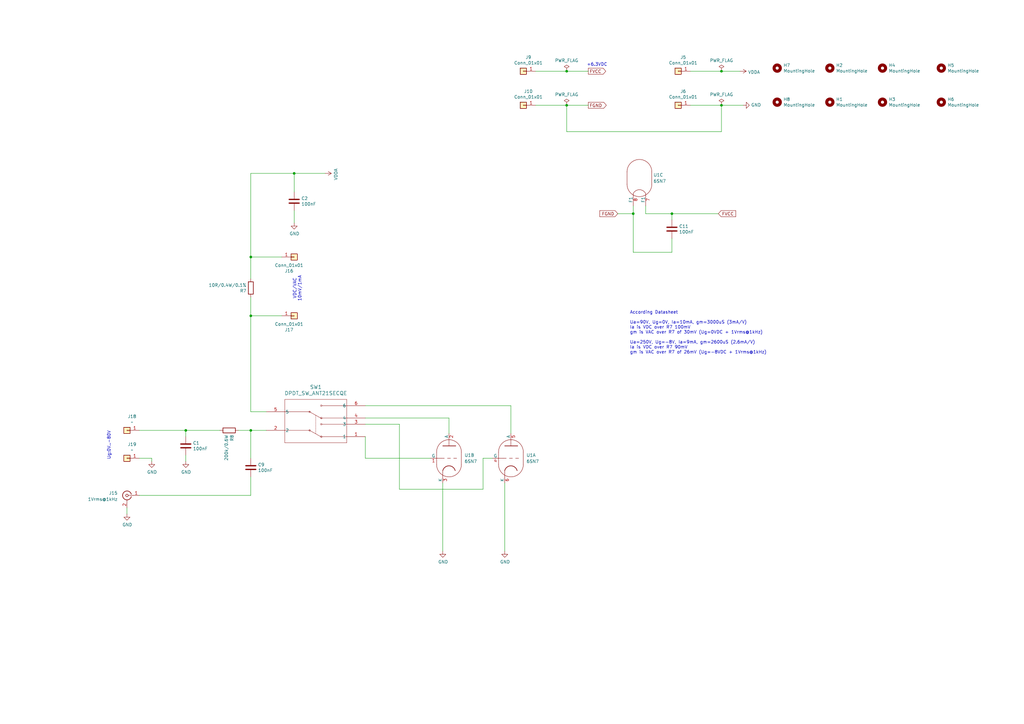
<source format=kicad_sch>
(kicad_sch (version 20231120) (generator "eeschema") (generator_version "8.0")
  (paper "A3")
  (title_block (title "GM Test Setup 6SN7") (date "2024-08-25") (rev "V3"))
  (lib_symbols
    (symbol "Connector:Conn_Coaxial" (pin_names (offset 1.016) hide)
      (property "Reference" "J" (at 0.254 3.048 0))
      (property "Value" "Conn_Coaxial" (at 2.921 0 90))
      (symbol "Conn_Coaxial_0_1"
        (arc (start -1.778 -0.508) (mid 0.2311 -1.8066) (end 1.778 0) (stroke (width 0.254)))
        (polyline (pts (xy -2.54 0) (xy -0.508 0)))
        (polyline (pts (xy 0 -2.54) (xy 0 -1.778)))
        (circle (center 0 0) (radius 0.508) (stroke (width 0.2032)))
        (arc (start 1.778 0) (mid 0.2099 1.8101) (end -1.778 0.508) (stroke (width 0.254)))
      )
      (symbol "Conn_Coaxial_1_1"
        (pin passive line (at -5.08 0 0) (length 2.54) (name "In") (number "1"))
        (pin passive line (at 0 -5.08 90) (length 2.54) (name "Ext") (number "2"))
      )
    )
    (symbol "Connector_Generic:Conn_01x01" (pin_names (offset 1.016) hide)
      (property "Reference" "J" (at 0 2.54 0))
      (property "Value" "Conn_01x01" (at 0 -2.54 0))
      (symbol "Conn_01x01_1_1"
        (rectangle (start -1.27 0.127) (end 0 -0.127) (stroke (width 0.1524)))
        (rectangle (start -1.27 1.27) (end 1.27 -1.27) (stroke (width 0.254)) (fill (type background)))
        (pin passive line (at -5.08 0 0) (length 3.81) (name "Pin_1") (number "1"))
      )
    )
    (symbol "Device:C" (pin_numbers hide) (pin_names (offset 0.254))
      (property "Reference" "C" (at 0.635 2.54 0))
      (property "Value" "C" (at 0.635 -2.54 0))
      (symbol "C_0_1"
        (polyline (pts (xy -2.032 -0.762) (xy 2.032 -0.762)) (stroke (width 0.508)))
        (polyline (pts (xy -2.032 0.762) (xy 2.032 0.762)) (stroke (width 0.508)))
      )
      (symbol "C_1_1"
        (pin passive line (at 0 3.81 270) (length 2.794) (name "~") (number "1"))
        (pin passive line (at 0 -3.81 90) (length 2.794) (name "~") (number "2"))
      )
    )
    (symbol "Device:R" (pin_numbers hide) (pin_names (offset 0))
      (property "Reference" "R" (at 2.032 0 90))
      (property "Value" "R" (at 0 0 90))
      (symbol "R_0_1"
        (rectangle (start -1.016 -2.54) (end 1.016 2.54) (stroke (width 0.254)))
      )
      (symbol "R_1_1"
        (pin passive line (at 0 3.81 270) (length 1.27) (name "~") (number "1"))
        (pin passive line (at 0 -3.81 90) (length 1.27) (name "~") (number "2"))
      )
    )
    (symbol "Mechanical:MountingHole" (pin_names (offset 1.016))
      (property "Reference" "H" (at 0 5.08 0))
      (property "Value" "MountingHole" (at 0 3.175 0))
      (symbol "MountingHole_0_1"
        (circle (center 0 0) (radius 1.27) (stroke (width 1.27)))
      )
    )
    (symbol "kicad-snk:6SN7" (pin_names (offset 0))
      (property "Reference" "U" (at 3.302 7.874 0))
      (property "Value" "6SN7" (at 8.89 -7.62 0))
      (symbol "6SN7_0_1"
        (arc (start -5.08 -2.54) (mid 0 -7.5979) (end 5.08 -2.54))
        (polyline (pts (xy 5.08 2.54) (xy 5.08 -2.54)))
        (polyline (pts (xy -5.08 2.54) (xy -5.08 -2.54) (xy -5.08 -2.54)))
        (arc (start 5.08 2.54) (mid 0 7.5979) (end -5.08 2.54))
      )
      (symbol "6SN7_1_0"
        (polyline (pts (xy -2.54 -5.08) (xy -2.54 -7.62)))
        (polyline (pts (xy 0 5.08) (xy 0 7.62)))
      )
      (symbol "6SN7_1_1"
        (polyline (pts (xy -5.08 0) (xy -3.175 0)))
        (polyline (pts (xy -1.905 0) (xy -3.175 0)) (stroke (width 0.1524)))
        (polyline (pts (xy -0.635 0) (xy 0.635 0)) (stroke (width 0.1524)))
        (polyline (pts (xy 1.905 0) (xy 3.175 0)) (stroke (width 0.1524)))
        (polyline (pts (xy -2.54 5.08) (xy 2.794 5.08) (xy 2.794 5.08)) (stroke (width 0.254)))
        (arc (start 2.54 -5.08) (mid 0 -3.0968) (end -2.54 -5.08) (stroke (width 0.254)))
        (pin input line (at -7.62 0 0) (length 2.54) (name "G") (number "4"))
        (pin output line (at 0 10.16 270) (length 2.54) (name "A") (number "5"))
        (pin bidirectional line (at -2.54 -10.16 90) (length 2.54) (name "K") (number "6"))
      )
      (symbol "6SN7_2_0"
        (polyline (pts (xy -2.54 -5.08) (xy -2.54 -7.62)))
        (polyline (pts (xy 0 5.08) (xy 0 7.62)))
      )
      (symbol "6SN7_2_1"
        (polyline (pts (xy -5.08 0) (xy -3.175 0)))
        (polyline (pts (xy -1.905 0) (xy -3.175 0)) (stroke (width 0.1524)))
        (polyline (pts (xy -0.635 0) (xy 0.635 0)) (stroke (width 0.1524)))
        (polyline (pts (xy 1.905 0) (xy 3.175 0)) (stroke (width 0.1524)))
        (polyline (pts (xy -2.54 5.08) (xy 2.794 5.08) (xy 2.794 5.08)) (stroke (width 0.254)))
        (arc (start 2.54 -5.08) (mid 0 -3.0968) (end -2.54 -5.08) (stroke (width 0.254)))
        (pin input line (at -7.62 0 0) (length 2.54) (name "G") (number "1"))
        (pin output line (at 0 10.16 270) (length 2.54) (name "A") (number "2"))
        (pin bidirectional line (at -2.54 -10.16 90) (length 2.54) (name "K") (number "3"))
      )
      (symbol "6SN7_3_1"
        (arc (start 2.54 -6.35) (mid 0 -4.7847) (end -2.54 -6.35))
        (pin power_in line (at 2.54 -11.43 90) (length 5.08) (name "F1") (number "7"))
        (pin power_in line (at -2.54 -11.43 90) (length 5.08) (name "F1") (number "8"))
      )
    )
    (symbol "kicad-snk:DPDT_SW_ANT21SECQE" (pin_names (offset 0.254))
      (property "Reference" "SW" (at 20.32 7.62 0))
      (property "Value" "DPDT_SW_ANT21SECQE" (at 20.32 5.08 0))
      (symbol "DPDT_SW_ANT21SECQE_0_1"
        (polyline (pts (xy 7.62 -15.24) (xy 33.02 -15.24)) (stroke (width 0.127)))
        (polyline (pts (xy 7.62 -12.7) (xy 17.78 -12.7)) (stroke (width 0.127)))
        (polyline (pts (xy 7.62 -7.62) (xy 17.78 -7.62)) (stroke (width 0.127)))
        (polyline (pts (xy 7.62 -5.08) (xy 17.78 -5.08)) (stroke (width 0.127)))
        (polyline (pts (xy 7.62 0) (xy 17.78 0)) (stroke (width 0.127)))
        (polyline (pts (xy 7.62 2.54) (xy 7.62 -15.24)) (stroke (width 0.127)))
        (polyline (pts (xy 20.32 -8.255) (xy 20.32 -8.5725)) (stroke (width 0.127)))
        (polyline (pts (xy 20.32 -7.62) (xy 20.32 -7.9375)) (stroke (width 0.127)))
        (polyline (pts (xy 20.32 -6.985) (xy 20.32 -7.3025)) (stroke (width 0.127)))
        (polyline (pts (xy 20.32 -6.35) (xy 20.32 -6.6675)) (stroke (width 0.127)))
        (polyline (pts (xy 20.32 -5.715) (xy 20.32 -6.0325)) (stroke (width 0.127)))
        (polyline (pts (xy 20.32 -5.08) (xy 20.32 -5.3975)) (stroke (width 0.127)))
        (polyline (pts (xy 20.32 -4.445) (xy 20.32 -4.7625)) (stroke (width 0.127)))
        (polyline (pts (xy 20.32 -3.81) (xy 20.32 -4.1275)) (stroke (width 0.127)))
        (polyline (pts (xy 20.32 -3.175) (xy 20.32 -3.4925)) (stroke (width 0.127)))
        (polyline (pts (xy 20.32 -2.54) (xy 20.32 -2.8575)) (stroke (width 0.127)))
        (polyline (pts (xy 20.32 -1.905) (xy 20.32 -2.2225)) (stroke (width 0.127)))
        (polyline (pts (xy 20.32 -1.27) (xy 20.32 -1.5875)) (stroke (width 0.127)))
        (polyline (pts (xy 22.86 -10.16) (xy 17.78 -7.3025)) (stroke (width 0.127)))
        (polyline (pts (xy 22.86 -2.54) (xy 17.78 0.3175)) (stroke (width 0.127)))
        (polyline (pts (xy 33.02 -15.24) (xy 33.02 2.54)) (stroke (width 0.127)))
        (polyline (pts (xy 33.02 -10.16) (xy 22.86 -10.16)) (stroke (width 0.127)))
        (polyline (pts (xy 33.02 -2.54) (xy 22.86 -2.54)) (stroke (width 0.127)))
        (polyline (pts (xy 33.02 2.54) (xy 7.62 2.54)) (stroke (width 0.127)))
        (circle (center 18.0975 -12.7) (radius 0.3048) (stroke (width 0.127)))
        (circle (center 18.0975 -7.62) (radius 0.3048) (stroke (width 0.127)))
        (circle (center 18.0975 -5.08) (radius 0.3048) (stroke (width 0.127)))
        (circle (center 18.0975 0) (radius 0.3048) (stroke (width 0.127)))
        (circle (center 22.86 -10.16) (radius 0.3048) (stroke (width 0.127)))
        (circle (center 22.86 -2.54) (radius 0.3048) (stroke (width 0.127)))
        (pin unspecified line (at 0 0 0) (length 7.62) (name "1") (number "1"))
        (pin unspecified line (at 40.64 -2.54 180) (length 7.62) (name "2") (number "2"))
        (pin unspecified line (at 0 -5.08 0) (length 7.62) (name "3") (number "3"))
        (pin unspecified line (at 0 -7.62 0) (length 7.62) (name "4") (number "4"))
        (pin unspecified line (at 40.64 -10.16 180) (length 7.62) (name "5") (number "5"))
        (pin unspecified line (at 0 -12.7 0) (length 7.62) (name "6") (number "6"))
      )
    )
    (symbol "power:GND" (power) (pin_names (offset 0))
      (property "Value" "GND" (at 0 -3.81 0))
      (symbol "GND_0_1"
        (polyline (pts (xy 0 0) (xy 0 -1.27) (xy 1.27 -1.27) (xy 0 -2.54) (xy -1.27 -1.27) (xy 0 -1.27)))
      )
      (symbol "GND_1_1"
        (pin power_in line (at 0 0 270) (length 0) hide (name "GND") (number "1"))
      )
    )
    (symbol "power:PWR_FLAG" (power) (pin_numbers hide) (pin_names (offset 0) hide)
      (property "Value" "PWR_FLAG" (at 0 3.81 0))
      (symbol "PWR_FLAG_0_0"
        (pin power_out line (at 0 0 90) (length 0) (name "pwr") (number "1"))
      )
      (symbol "PWR_FLAG_0_1"
        (polyline (pts (xy 0 0) (xy 0 1.27) (xy -1.016 1.905) (xy 0 2.54) (xy 1.016 1.905) (xy 0 1.27)))
      )
    )
    (symbol "power:VDDA" (power) (pin_names (offset 0))
      (property "Value" "VDDA" (at 0 3.81 0))
      (symbol "VDDA_0_1"
        (polyline (pts (xy -0.762 1.27) (xy 0 2.54)))
        (polyline (pts (xy 0 0) (xy 0 2.54)))
        (polyline (pts (xy 0 2.54) (xy 0.762 1.27)))
      )
      (symbol "VDDA_1_1"
        (pin power_in line (at 0 0 90) (length 0) hide (name "VDDA") (number "1"))
      )
    )
  )
  (junction (at 76.2 176.53))
  (junction (at 259.715 87.63))
  (junction (at 295.91 43.18))
  (junction (at 102.87 105.41))
  (junction (at 275.59 87.63))
  (junction (at 232.41 43.18))
  (junction (at 295.91 29.21))
  (junction (at 102.87 176.53))
  (junction (at 232.41 29.21))
  (junction (at 102.87 129.54))
  (junction (at 120.65 71.12))
  (wire (pts (xy 232.41 53.975) (xy 232.41 43.18)))
  (wire (pts (xy 232.41 53.975) (xy 295.91 53.975)))
  (wire (pts (xy 201.93 187.96) (xy 198.12 187.96)))
  (wire (pts (xy 184.15 171.45) (xy 184.15 177.8)))
  (wire (pts (xy 102.87 129.54) (xy 102.87 168.91)))
  (wire (pts (xy 149.86 179.07) (xy 149.86 187.96)))
  (wire (pts (xy 149.86 173.99) (xy 163.83 173.99)))
  (wire (pts (xy 275.59 97.79) (xy 275.59 103.505)))
  (wire (pts (xy 62.23 187.96) (xy 62.23 189.23)))
  (wire (pts (xy 207.01 198.12) (xy 207.01 226.06)))
  (wire (pts (xy -133.35 114.3) (xy -116.84 114.3)))
  (wire (pts (xy 57.15 176.53) (xy 76.2 176.53)))
  (wire (pts (xy 275.59 87.63) (xy 294.64 87.63)))
  (wire (pts (xy 120.65 78.74) (xy 120.65 71.12)))
  (wire (pts (xy 102.87 71.12) (xy 102.87 105.41)))
  (wire (pts (xy 219.71 43.18) (xy 232.41 43.18)))
  (wire (pts (xy 52.07 208.28) (xy 52.07 210.82)))
  (wire (pts (xy 259.715 87.63) (xy 259.715 103.505)))
  (wire (pts (xy 295.91 29.21) (xy 283.21 29.21)))
  (wire (pts (xy 97.79 176.53) (xy 102.87 176.53)))
  (wire (pts (xy 303.53 29.21) (xy 295.91 29.21)))
  (wire (pts (xy 149.86 166.37) (xy 209.55 166.37)))
  (wire (pts (xy 275.59 87.63) (xy 275.59 90.17)))
  (wire (pts (xy 102.87 176.53) (xy 102.87 187.96)))
  (wire (pts (xy 264.795 87.63) (xy 264.795 84.455)))
  (wire (pts (xy 76.2 176.53) (xy 76.2 179.07)))
  (wire (pts (xy 102.87 168.91) (xy 109.22 168.91)))
  (wire (pts (xy 102.87 105.41) (xy 115.57 105.41)))
  (wire (pts (xy -111.76 124.46) (xy -111.76 147.32)))
  (wire (pts (xy 283.21 43.18) (xy 295.91 43.18)))
  (wire (pts (xy 149.86 171.45) (xy 184.15 171.45)))
  (wire (pts (xy 163.83 173.99) (xy 163.83 200.66)))
  (wire (pts (xy 232.41 29.21) (xy 241.3 29.21)))
  (wire (pts (xy 76.2 186.69) (xy 76.2 189.23)))
  (wire (pts (xy 295.91 43.18) (xy 304.8 43.18)))
  (wire (pts (xy 149.86 187.96) (xy 176.53 187.96)))
  (wire (pts (xy 102.87 176.53) (xy 109.22 176.53)))
  (wire (pts (xy 259.715 103.505) (xy 275.59 103.505)))
  (wire (pts (xy 264.795 87.63) (xy 275.59 87.63)))
  (wire (pts (xy 62.23 187.96) (xy 57.15 187.96)))
  (wire (pts (xy 232.41 29.21) (xy 219.71 29.21)))
  (wire (pts (xy 163.83 200.66) (xy 198.12 200.66)))
  (wire (pts (xy 102.87 105.41) (xy 102.87 114.3)))
  (wire (pts (xy 232.41 43.18) (xy 241.3 43.18)))
  (wire (pts (xy 259.715 87.63) (xy 259.715 84.455)))
  (wire (pts (xy 209.55 166.37) (xy 209.55 177.8)))
  (wire (pts (xy 181.61 198.12) (xy 181.61 226.06)))
  (wire (pts (xy 295.91 53.975) (xy 295.91 43.18)))
  (wire (pts (xy 90.17 176.53) (xy 76.2 176.53)))
  (wire (pts (xy 102.87 203.2) (xy 102.87 195.58)))
  (wire (pts (xy 102.87 71.12) (xy 120.65 71.12)))
  (wire (pts (xy 120.65 71.12) (xy 133.35 71.12)))
  (wire (pts (xy 102.87 129.54) (xy 115.57 129.54)))
  (wire (pts (xy 253.365 87.63) (xy 259.715 87.63)))
  (wire (pts (xy 198.12 200.66) (xy 198.12 187.96)))
  (wire (pts (xy -109.22 98.425) (xy -109.22 104.14)))
  (wire (pts (xy 57.15 203.2) (xy 102.87 203.2)))
  (wire (pts (xy 102.87 121.92) (xy 102.87 129.54)))
  (wire (pts (xy 120.65 91.44) (xy 120.65 86.36)))
  (text "+6.3VDC" (at 240.665 27.305 0) (effects (font (size 1.27 1.27)) (justify left bottom)))
  (text "VDC/VAC\n10mV/1mA" (at 121.92 118.364 90) (effects (font (size 1.27 1.27))))
  (text "Ug:0V..-80V" (at 44.704 182.626 90) (effects (font (size 1.27 1.27))))
  (text "According Datasheet\n\nUa=90V, Ug=0V, Ia=10mA, gm=3000uS (3mA/V)\nIa is VDC over R7 100mV\ngm is VAC over R7 of 30mV (Ug=0VDC + 1Vrms@1kHz)\n\nUa=250V, Ug=-8V, Ia=9mA, gm=2600uS (2.6mA/V)\nIa is VDC over R7 90mV\ngm is VAC over R7 of 26mV (Ug=-8VDC + 1Vrms@1kHz)\n" (at 258.318 136.398 0) (effects (font (size 1.27 1.27)) (justify left)))
  (global_label "FGND" (shape output) (at 241.3 43.18 0) (property "Intersheetrefs" "${INTERSHEET_REFS}" (effects (hide yes))))
  (global_label "FVCC" (shape output) (at 241.3 29.21 0) (property "Intersheetrefs" "${INTERSHEET_REFS}" (effects (hide yes))))
  (global_label "FGND" (shape input) (at 253.365 87.63 180) (property "Intersheetrefs" "${INTERSHEET_REFS}" (effects (hide yes))))
  (global_label "FVCC" (shape input) (at 294.64 87.63 0) (property "Intersheetrefs" "${INTERSHEET_REFS}" (effects (hide yes))))
  (symbol (lib_id "Connector_Generic:Conn_01x01") (at 278.13 29.21 180) (unit 1)
    (property "Reference" "J5" (at 280.2128 23.495 0))
    (property "Value" "Conn_01x01" (at 280.2128 25.8064 0))
    (property "Footprint" "Connector_Pin:Pin_D1.3mm_L11.0mm" (effects (hide yes)))
  )
  (symbol (lib_id "Connector_Generic:Conn_01x01") (at 278.13 43.18 180) (unit 1)
    (property "Reference" "J6" (at 280.2128 37.465 0))
    (property "Value" "Conn_01x01" (at 280.2128 39.7764 0))
    (property "Footprint" "Connector_Pin:Pin_D1.3mm_L11.0mm" (effects (hide yes)))
  )
  (symbol (lib_id "Mechanical:MountingHole") (at 340.36 27.94 0) (unit 1)
    (property "Reference" "H2" (at 342.9 26.7716 0) (effects (justify left)))
    (property "Value" "MountingHole" (at 342.9 29.083 0) (effects (justify left)))
    (property "Footprint" "MountingHole:MountingHole_3.2mm_M3_Pad_Via" (effects (hide yes)))
  )
  (symbol (lib_id "Mechanical:MountingHole") (at 361.95 27.94 0) (unit 1)
    (property "Reference" "H4" (at 364.49 26.7716 0) (effects (justify left)))
    (property "Value" "MountingHole" (at 364.49 29.083 0) (effects (justify left)))
    (property "Footprint" "MountingHole:MountingHole_3.2mm_M3_Pad_Via" (effects (hide yes)))
  )
  (symbol (lib_id "Mechanical:MountingHole") (at 340.36 41.91 0) (unit 1)
    (property "Reference" "H1" (at 342.9 40.7416 0) (effects (justify left)))
    (property "Value" "MountingHole" (at 342.9 43.053 0) (effects (justify left)))
    (property "Footprint" "MountingHole:MountingHole_3.2mm_M3_Pad_Via" (effects (hide yes)))
  )
  (symbol (lib_id "Mechanical:MountingHole") (at 361.95 41.91 0) (unit 1)
    (property "Reference" "H3" (at 364.49 40.7416 0) (effects (justify left)))
    (property "Value" "MountingHole" (at 364.49 43.053 0) (effects (justify left)))
    (property "Footprint" "MountingHole:MountingHole_3.2mm_M3_Pad_Via" (effects (hide yes)))
  )
  (symbol (lib_id "power:PWR_FLAG") (at 295.91 29.21 0) (unit 1)
    (property "Reference" "#FLG04" (effects (hide yes)))
    (property "Value" "PWR_FLAG" (at 295.91 24.8158 0))
  )
  (symbol (lib_id "power:GND") (at 304.8 43.18 90) (unit 1)
    (property "Reference" "#PWR05" (effects (hide yes)))
    (property "Value" "GND" (at 308.0512 43.053 90) (effects (justify right)))
  )
  (symbol (lib_id "power:PWR_FLAG") (at 295.91 43.18 0) (unit 1)
    (property "Reference" "#FLG03" (effects (hide yes)))
    (property "Value" "PWR_FLAG" (at 295.91 38.7858 0))
  )
  (symbol (lib_id "power:VDDA") (at 303.53 29.21 270) (unit 1)
    (property "Reference" "#PWR07" (effects (hide yes)))
    (property "Value" "VDDA" (at 306.7812 29.591 90) (effects (justify left)))
  )
  (symbol (lib_id "Connector_Generic:Conn_01x01") (at 214.63 29.21 180) (unit 1)
    (property "Reference" "J9" (at 216.7128 23.495 0))
    (property "Value" "Conn_01x01" (at 216.7128 25.8064 0))
    (property "Footprint" "Connector_Pin:Pin_D1.3mm_L11.0mm" (effects (hide yes)))
  )
  (symbol (lib_id "Connector_Generic:Conn_01x01") (at 214.63 43.18 180) (unit 1)
    (property "Reference" "J10" (at 216.7128 37.465 0))
    (property "Value" "Conn_01x01" (at 216.7128 39.7764 0))
    (property "Footprint" "Connector_Pin:Pin_D1.3mm_L11.0mm" (effects (hide yes)))
  )
  (symbol (lib_id "power:PWR_FLAG") (at 232.41 29.21 0) (unit 1)
    (property "Reference" "#FLG01" (effects (hide yes)))
    (property "Value" "PWR_FLAG" (at 232.41 24.8158 0))
  )
  (symbol (lib_id "power:PWR_FLAG") (at 232.41 43.18 0) (unit 1)
    (property "Reference" "#FLG02" (effects (hide yes)))
    (property "Value" "PWR_FLAG" (at 232.41 38.7858 0))
  )
  (symbol (lib_id "Device:C") (at 275.59 93.98 0) (unit 1)
    (property "Reference" "C11" (at 278.511 92.8116 0) (effects (justify left)))
    (property "Value" "100nF" (at 278.511 95.123 0) (effects (justify left)))
    (property "Footprint" "Capacitor_THT:C_Rect_L7.2mm_W2.5mm_P5.00mm_FKS2_FKP2_MKS2_MKP2" (effects (hide yes)))
  )
  (symbol (lib_id "Device:C") (at 76.2 182.88 0) (unit 1)
    (property "Reference" "C1" (at 79.121 181.7116 0) (effects (justify left)))
    (property "Value" "100nF" (at 79.121 184.023 0) (effects (justify left)))
    (property "Footprint" "Capacitor_THT:C_Rect_L7.2mm_W2.5mm_P5.00mm_FKS2_FKP2_MKS2_MKP2" (effects (hide yes)))
  )
  (symbol (lib_id "kicad-snk:6SN7") (at 184.15 187.96 0) (unit 2)
    (property "Reference" "U1" (at 190.5 186.6899 0) (effects (justify left)))
    (property "Value" "6SN7" (at 190.5 189.2299 0) (effects (justify left)))
    (property "Footprint" "kicad-snk:TubeOctal" (effects (hide yes)))
    (property "Datasheet" "https://frank.pocnet.net/sheets/049/6/6SN7GTA.pdf" (effects (hide yes)))
    (property "Description" "double triode" (effects (hide yes)))
  )
  (symbol (lib_id "power:GND") (at 207.01 226.06 0) (unit 1)
    (property "Reference" "#PWR02" (effects (hide yes)))
    (property "Value" "GND" (at 207.137 230.4542 0))
  )
  (symbol (lib_id "Connector_Generic:Conn_01x01") (at 120.65 105.41 0) (unit 1)
    (property "Reference" "J16" (at 118.5672 111.125 0))
    (property "Value" "Conn_01x01" (at 118.5672 108.8136 0))
    (property "Footprint" "Connector_Pin:Pin_D1.0mm_L10.0mm" (effects (hide yes)))
  )
  (symbol (lib_id "kicad-snk:6SN7") (at 209.55 187.96 0) (unit 1)
    (property "Reference" "U1" (at 215.9 186.6899 0) (effects (justify left)))
    (property "Value" "6SN7" (at 215.9 189.2299 0) (effects (justify left)))
    (property "Footprint" "kicad-snk:TubeOctal" (effects (hide yes)))
    (property "Datasheet" "https://frank.pocnet.net/sheets/049/6/6SN7GTA.pdf" (effects (hide yes)))
    (property "Description" "double triode" (effects (hide yes)))
  )
  (symbol (lib_id "Mechanical:MountingHole") (at 318.77 41.91 0) (unit 1)
    (property "Reference" "H8" (at 321.31 40.7416 0) (effects (justify left)))
    (property "Value" "MountingHole" (at 321.31 43.053 0) (effects (justify left)))
    (property "Footprint" "MountingHole:MountingHole_3.2mm_M3_Pad_Via" (effects (hide yes)))
  )
  (symbol (lib_id "Connector_Generic:Conn_01x01") (at 52.07 187.96 180) (unit 1)
    (property "Reference" "J19" (at 54.1528 182.245 0))
    (property "Value" "~" (at 54.1528 184.5564 0))
    (property "Footprint" "Connector_Pin:Pin_D1.0mm_L10.0mm" (effects (hide yes)))
  )
  (symbol (lib_id "Connector:Conn_Coaxial") (at 52.07 203.2 0) (mirror y) (unit 1)
    (property "Reference" "J15" (at 48.26 202.2231 0) (effects (justify left)))
    (property "Value" "1Vrms@1kHz" (at 48.26 204.7631 0) (effects (justify left)))
    (property "Footprint" "kicad-snk:RCA-Phono_CUI-Devices_RCJ-02X_Vertical" (effects (hide yes)))
    (property "Description" "coaxial connector (BNC, SMA, SMB, SMC, Cinch/RCA, LEMO, ...)" (effects (hide yes)))
  )
  (symbol (lib_id "power:GND") (at 120.65 91.44 0) (unit 1)
    (property "Reference" "#PWR03" (effects (hide yes)))
    (property "Value" "GND" (at 120.777 95.8342 0))
  )
  (symbol (lib_id "power:GND") (at 52.07 210.82 0) (unit 1)
    (property "Reference" "#PWR014" (effects (hide yes)))
    (property "Value" "GND" (at 52.197 215.2142 0))
  )
  (symbol (lib_id "Mechanical:MountingHole") (at 386.08 41.91 0) (unit 1)
    (property "Reference" "H6" (at 388.62 40.7416 0) (effects (justify left)))
    (property "Value" "MountingHole" (at 388.62 43.053 0) (effects (justify left)))
    (property "Footprint" "MountingHole:MountingHole_3.2mm_M3_Pad_Via" (effects (hide yes)))
  )
  (symbol (lib_id "power:VDDA") (at 133.35 71.12 270) (unit 1)
    (property "Reference" "#PWR04" (effects (hide yes)))
    (property "Value" "VDDA" (at 137.7442 71.501 0))
  )
  (symbol (lib_id "Device:C") (at 120.65 82.55 0) (unit 1)
    (property "Reference" "C2" (at 123.571 81.3816 0) (effects (justify left)))
    (property "Value" "100nF" (at 123.571 83.693 0) (effects (justify left)))
    (property "Footprint" "Capacitor_THT:C_Rect_L16.5mm_W5.0mm_P15.00mm_MKT" (effects (hide yes)))
  )
  (symbol (lib_id "Mechanical:MountingHole") (at 386.08 27.94 0) (unit 1)
    (property "Reference" "H5" (at 388.62 26.7716 0) (effects (justify left)))
    (property "Value" "MountingHole" (at 388.62 29.083 0) (effects (justify left)))
    (property "Footprint" "MountingHole:MountingHole_3.2mm_M3_Pad_Via" (effects (hide yes)))
  )
  (symbol (lib_id "kicad-snk:6SN7") (at 262.255 73.025 0) (unit 3)
    (property "Reference" "U1" (at 267.97 71.7549 0) (effects (justify left)))
    (property "Value" "6SN7" (at 267.97 74.2949 0) (effects (justify left)))
    (property "Footprint" "kicad-snk:TubeOctal" (effects (hide yes)))
    (property "Datasheet" "https://frank.pocnet.net/sheets/049/6/6SN7GTA.pdf" (effects (hide yes)))
    (property "Description" "double triode" (effects (hide yes)))
  )
  (symbol (lib_id "Connector_Generic:Conn_01x01") (at 52.07 176.53 180) (unit 1)
    (property "Reference" "J18" (at 54.1528 170.815 0))
    (property "Value" "~" (at 54.1528 173.1264 0))
    (property "Footprint" "Connector_Pin:Pin_D1.0mm_L10.0mm" (effects (hide yes)))
  )
  (symbol (lib_id "power:GND") (at 181.61 226.06 0) (unit 1)
    (property "Reference" "#PWR01" (effects (hide yes)))
    (property "Value" "GND" (at 181.737 230.4542 0))
  )
  (symbol (lib_id "Mechanical:MountingHole") (at 318.77 27.94 0) (unit 1)
    (property "Reference" "H7" (at 321.31 26.7716 0) (effects (justify left)))
    (property "Value" "MountingHole" (at 321.31 29.083 0) (effects (justify left)))
    (property "Footprint" "MountingHole:MountingHole_3.2mm_M3_Pad_Via" (effects (hide yes)))
  )
  (symbol (lib_id "Device:R") (at 102.87 118.11 180) (unit 1)
    (property "Reference" "R7" (at 101.092 119.2784 0) (effects (justify left)))
    (property "Value" "10R/0.4W/0.1%" (at 101.092 116.967 0) (effects (justify left)))
    (property "Footprint" "Resistor_THT:R_Axial_DIN0207_L6.3mm_D2.5mm_P10.16mm_Horizontal" (effects (hide yes)))
  )
  (symbol (lib_id "Device:C") (at 102.87 191.77 0) (unit 1)
    (property "Reference" "C9" (at 105.791 190.6016 0) (effects (justify left)))
    (property "Value" "100nF" (at 105.791 192.913 0) (effects (justify left)))
    (property "Footprint" "Capacitor_THT:C_Rect_L7.2mm_W2.5mm_P5.00mm_FKS2_FKP2_MKS2_MKP2" (effects (hide yes)))
  )
  (symbol (lib_id "kicad-snk:DPDT_SW_ANT21SECQE") (at 149.86 179.07 180) (unit 1)
    (property "Reference" "SW1" (at 129.54 158.75 0) (effects (font (size 1.524 1.524))))
    (property "Value" "DPDT_SW_ANT21SECQE" (at 129.54 161.29 0) (effects (font (size 1.524 1.524))))
    (property "Footprint" "kicad-snk:SW6_ANT21SECQE_CRS" (effects (hide yes)))
    (property "Datasheet" "ANT21SECQE" (effects (hide yes)))
    (property "Description" "https://www.digikey.ch/de/products/detail/cit-relay-and-switch/ANT21SECQE/12503353" (effects (hide yes)))
  )
  (symbol (lib_id "Device:R") (at 93.98 176.53 270) (unit 1)
    (property "Reference" "R8" (at 95.1484 178.308 0) (effects (justify left)))
    (property "Value" "200k/0.6W" (at 92.837 178.308 0) (effects (justify left)))
    (property "Footprint" "Resistor_THT:R_Axial_DIN0207_L6.3mm_D2.5mm_P10.16mm_Horizontal" (effects (hide yes)))
  )
  (symbol (lib_id "Connector_Generic:Conn_01x01") (at 120.65 129.54 0) (unit 1)
    (property "Reference" "J17" (at 118.5672 135.255 0))
    (property "Value" "Conn_01x01" (at 118.5672 132.9436 0))
    (property "Footprint" "Connector_Pin:Pin_D1.0mm_L10.0mm" (effects (hide yes)))
  )
  (symbol (lib_id "power:GND") (at 76.2 189.23 0) (unit 1)
    (property "Reference" "#PWR012" (effects (hide yes)))
    (property "Value" "GND" (at 76.327 193.6242 0))
  )
  (symbol (lib_id "power:GND") (at 62.23 189.23 0) (unit 1)
    (property "Reference" "#PWR015" (effects (hide yes)))
    (property "Value" "GND" (at 62.357 193.6242 0))
  )
)
</source>
